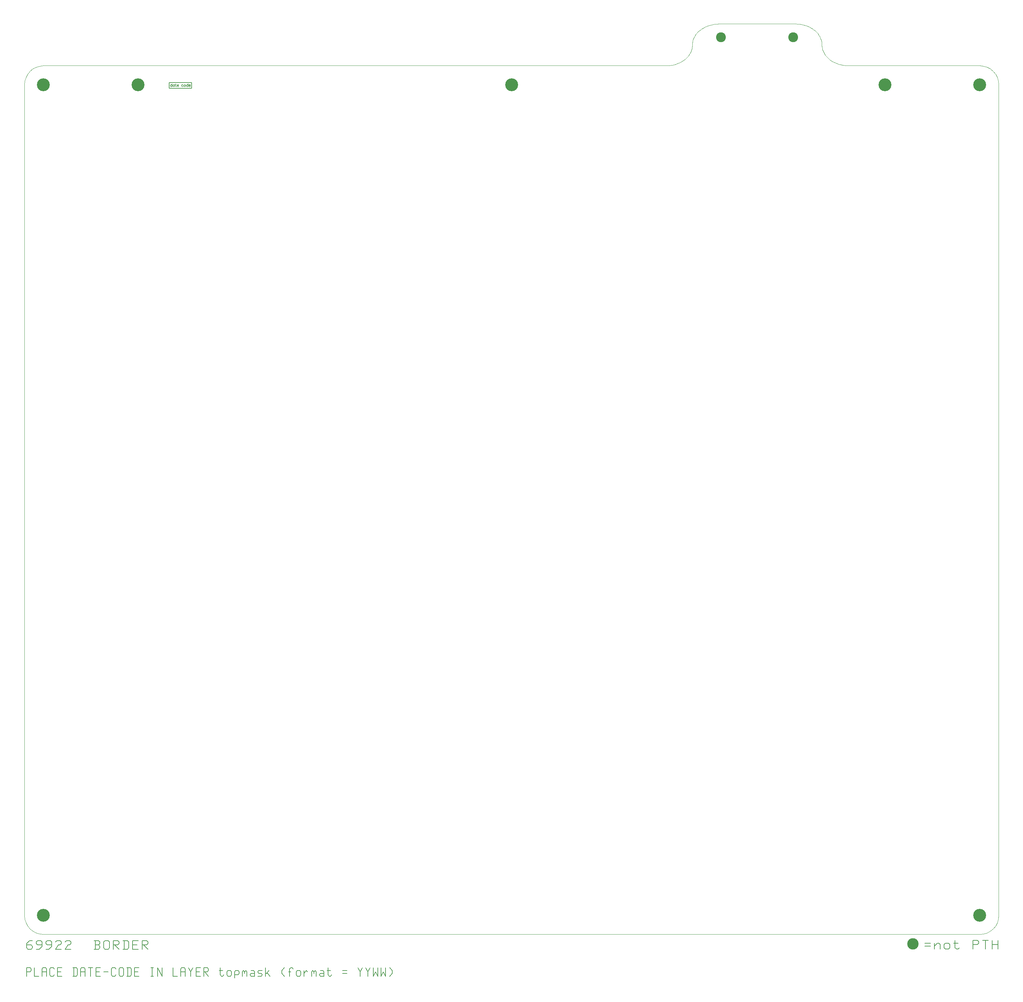
<source format=gbr>
*
%FSLAX26Y26*%
%MOIN*%
G04 A1 - date-70 *
%AMA1border*
1,1,0.006000,-0.116200,0.029750*
1,1,0.006000,0.116200,0.029750*
20,1,0.006000,-0.116200,0.029750,0.116200,0.029750,0.0*
1,1,0.006000,0.116200,0.029750*
1,1,0.006000,0.116200,-0.029750*
20,1,0.006000,0.116200,0.029750,0.116200,-0.029750,0.0*
1,1,0.006000,0.116200,-0.029750*
1,1,0.006000,-0.116200,-0.029750*
20,1,0.006000,0.116200,-0.029750,-0.116200,-0.029750,0.0*
1,1,0.006000,-0.116200,-0.029750*
1,1,0.006000,-0.116200,0.029750*
20,1,0.006000,-0.116200,-0.029750,-0.116200,0.029750,0.0*
1,1,0.006000,-0.086100,0.016450*
1,1,0.006000,-0.086100,-0.012250*
20,1,0.006000,-0.086100,0.016450,-0.086100,-0.012250,0.0*
1,1,0.006000,-0.086100,0.003150*
1,1,0.006000,-0.088900,0.005950*
20,1,0.006000,-0.086100,0.003150,-0.088900,0.005950,0.0*
1,1,0.006000,-0.088900,0.005950*
1,1,0.006000,-0.091700,0.007350*
20,1,0.006000,-0.088900,0.005950,-0.091700,0.007350,0.0*
1,1,0.006000,-0.091700,0.007350*
1,1,0.006000,-0.095900,0.007350*
20,1,0.006000,-0.091700,0.007350,-0.095900,0.007350,0.0*
1,1,0.006000,-0.095900,0.007350*
1,1,0.006000,-0.098700,0.005950*
20,1,0.006000,-0.095900,0.007350,-0.098700,0.005950,0.0*
1,1,0.006000,-0.098700,0.005950*
1,1,0.006000,-0.101500,0.003150*
20,1,0.006000,-0.098700,0.005950,-0.101500,0.003150,0.0*
1,1,0.006000,-0.101500,0.003150*
1,1,0.006000,-0.102900,-0.001050*
20,1,0.006000,-0.101500,0.003150,-0.102900,-0.001050,0.0*
1,1,0.006000,-0.102900,-0.001050*
1,1,0.006000,-0.102900,-0.003850*
20,1,0.006000,-0.102900,-0.001050,-0.102900,-0.003850,0.0*
1,1,0.006000,-0.102900,-0.003850*
1,1,0.006000,-0.101500,-0.008050*
20,1,0.006000,-0.102900,-0.003850,-0.101500,-0.008050,0.0*
1,1,0.006000,-0.101500,-0.008050*
1,1,0.006000,-0.098700,-0.010850*
20,1,0.006000,-0.101500,-0.008050,-0.098700,-0.010850,0.0*
1,1,0.006000,-0.098700,-0.010850*
1,1,0.006000,-0.095900,-0.012250*
20,1,0.006000,-0.098700,-0.010850,-0.095900,-0.012250,0.0*
1,1,0.006000,-0.095900,-0.012250*
1,1,0.006000,-0.091700,-0.012250*
20,1,0.006000,-0.095900,-0.012250,-0.091700,-0.012250,0.0*
1,1,0.006000,-0.091700,-0.012250*
1,1,0.006000,-0.088900,-0.010850*
20,1,0.006000,-0.091700,-0.012250,-0.088900,-0.010850,0.0*
1,1,0.006000,-0.088900,-0.010850*
1,1,0.006000,-0.086100,-0.008050*
20,1,0.006000,-0.088900,-0.010850,-0.086100,-0.008050,0.0*
1,1,0.006000,-0.060200,0.007350*
1,1,0.006000,-0.060200,-0.012250*
20,1,0.006000,-0.060200,0.007350,-0.060200,-0.012250,0.0*
1,1,0.006000,-0.060200,0.003150*
1,1,0.006000,-0.063000,0.005950*
20,1,0.006000,-0.060200,0.003150,-0.063000,0.005950,0.0*
1,1,0.006000,-0.063000,0.005950*
1,1,0.006000,-0.065800,0.007350*
20,1,0.006000,-0.063000,0.005950,-0.065800,0.007350,0.0*
1,1,0.006000,-0.065800,0.007350*
1,1,0.006000,-0.070000,0.007350*
20,1,0.006000,-0.065800,0.007350,-0.070000,0.007350,0.0*
1,1,0.006000,-0.070000,0.007350*
1,1,0.006000,-0.072800,0.005950*
20,1,0.006000,-0.070000,0.007350,-0.072800,0.005950,0.0*
1,1,0.006000,-0.072800,0.005950*
1,1,0.006000,-0.075600,0.003150*
20,1,0.006000,-0.072800,0.005950,-0.075600,0.003150,0.0*
1,1,0.006000,-0.075600,0.003150*
1,1,0.006000,-0.077000,-0.001050*
20,1,0.006000,-0.075600,0.003150,-0.077000,-0.001050,0.0*
1,1,0.006000,-0.077000,-0.001050*
1,1,0.006000,-0.077000,-0.003850*
20,1,0.006000,-0.077000,-0.001050,-0.077000,-0.003850,0.0*
1,1,0.006000,-0.077000,-0.003850*
1,1,0.006000,-0.075600,-0.008050*
20,1,0.006000,-0.077000,-0.003850,-0.075600,-0.008050,0.0*
1,1,0.006000,-0.075600,-0.008050*
1,1,0.006000,-0.072800,-0.010850*
20,1,0.006000,-0.075600,-0.008050,-0.072800,-0.010850,0.0*
1,1,0.006000,-0.072800,-0.010850*
1,1,0.006000,-0.070000,-0.012250*
20,1,0.006000,-0.072800,-0.010850,-0.070000,-0.012250,0.0*
1,1,0.006000,-0.070000,-0.012250*
1,1,0.006000,-0.065800,-0.012250*
20,1,0.006000,-0.070000,-0.012250,-0.065800,-0.012250,0.0*
1,1,0.006000,-0.065800,-0.012250*
1,1,0.006000,-0.063000,-0.010850*
20,1,0.006000,-0.065800,-0.012250,-0.063000,-0.010850,0.0*
1,1,0.006000,-0.063000,-0.010850*
1,1,0.006000,-0.060200,-0.008050*
20,1,0.006000,-0.063000,-0.010850,-0.060200,-0.008050,0.0*
1,1,0.006000,-0.048300,0.016450*
1,1,0.006000,-0.048300,-0.006650*
20,1,0.006000,-0.048300,0.016450,-0.048300,-0.006650,0.0*
1,1,0.006000,-0.048300,-0.006650*
1,1,0.006000,-0.046900,-0.010850*
20,1,0.006000,-0.048300,-0.006650,-0.046900,-0.010850,0.0*
1,1,0.006000,-0.046900,-0.010850*
1,1,0.006000,-0.044100,-0.012250*
20,1,0.006000,-0.046900,-0.010850,-0.044100,-0.012250,0.0*
1,1,0.006000,-0.044100,-0.012250*
1,1,0.006000,-0.041300,-0.012250*
20,1,0.006000,-0.044100,-0.012250,-0.041300,-0.012250,0.0*
1,1,0.006000,-0.052500,0.007350*
1,1,0.006000,-0.042700,0.007350*
20,1,0.006000,-0.052500,0.007350,-0.042700,0.007350,0.0*
1,1,0.006000,-0.034300,-0.001050*
1,1,0.006000,-0.018200,-0.001050*
20,1,0.006000,-0.034300,-0.001050,-0.018200,-0.001050,0.0*
1,1,0.006000,-0.018200,-0.001050*
1,1,0.006000,-0.018200,0.001750*
20,1,0.006000,-0.018200,-0.001050,-0.018200,0.001750,0.0*
1,1,0.006000,-0.018200,0.001750*
1,1,0.006000,-0.019600,0.004550*
20,1,0.006000,-0.018200,0.001750,-0.019600,0.004550,0.0*
1,1,0.006000,-0.019600,0.004550*
1,1,0.006000,-0.021000,0.005950*
20,1,0.006000,-0.019600,0.004550,-0.021000,0.005950,0.0*
1,1,0.006000,-0.021000,0.005950*
1,1,0.006000,-0.023800,0.007350*
20,1,0.006000,-0.021000,0.005950,-0.023800,0.007350,0.0*
1,1,0.006000,-0.023800,0.007350*
1,1,0.006000,-0.027300,0.007350*
20,1,0.006000,-0.023800,0.007350,-0.027300,0.007350,0.0*
1,1,0.006000,-0.027300,0.007350*
1,1,0.006000,-0.030100,0.005950*
20,1,0.006000,-0.027300,0.007350,-0.030100,0.005950,0.0*
1,1,0.006000,-0.030100,0.005950*
1,1,0.006000,-0.032900,0.003150*
20,1,0.006000,-0.030100,0.005950,-0.032900,0.003150,0.0*
1,1,0.006000,-0.032900,0.003150*
1,1,0.006000,-0.034300,-0.001050*
20,1,0.006000,-0.032900,0.003150,-0.034300,-0.001050,0.0*
1,1,0.006000,-0.034300,-0.001050*
1,1,0.006000,-0.034300,-0.003850*
20,1,0.006000,-0.034300,-0.001050,-0.034300,-0.003850,0.0*
1,1,0.006000,-0.034300,-0.003850*
1,1,0.006000,-0.032900,-0.008050*
20,1,0.006000,-0.034300,-0.003850,-0.032900,-0.008050,0.0*
1,1,0.006000,-0.032900,-0.008050*
1,1,0.006000,-0.030100,-0.010850*
20,1,0.006000,-0.032900,-0.008050,-0.030100,-0.010850,0.0*
1,1,0.006000,-0.030100,-0.010850*
1,1,0.006000,-0.027300,-0.012250*
20,1,0.006000,-0.030100,-0.010850,-0.027300,-0.012250,0.0*
1,1,0.006000,-0.027300,-0.012250*
1,1,0.006000,-0.023800,-0.012250*
20,1,0.006000,-0.027300,-0.012250,-0.023800,-0.012250,0.0*
1,1,0.006000,-0.023800,-0.012250*
1,1,0.006000,-0.021000,-0.010850*
20,1,0.006000,-0.023800,-0.012250,-0.021000,-0.010850,0.0*
1,1,0.006000,-0.021000,-0.010850*
1,1,0.006000,-0.018200,-0.008050*
20,1,0.006000,-0.021000,-0.010850,-0.018200,-0.008050,0.0*
1,1,0.006000,0.028700,0.003150*
1,1,0.006000,0.025900,0.005950*
20,1,0.006000,0.028700,0.003150,0.025900,0.005950,0.0*
1,1,0.006000,0.025900,0.005950*
1,1,0.006000,0.023100,0.007350*
20,1,0.006000,0.025900,0.005950,0.023100,0.007350,0.0*
1,1,0.006000,0.023100,0.007350*
1,1,0.006000,0.018900,0.007350*
20,1,0.006000,0.023100,0.007350,0.018900,0.007350,0.0*
1,1,0.006000,0.018900,0.007350*
1,1,0.006000,0.016100,0.005950*
20,1,0.006000,0.018900,0.007350,0.016100,0.005950,0.0*
1,1,0.006000,0.016100,0.005950*
1,1,0.006000,0.013300,0.003150*
20,1,0.006000,0.016100,0.005950,0.013300,0.003150,0.0*
1,1,0.006000,0.013300,0.003150*
1,1,0.006000,0.011900,-0.001050*
20,1,0.006000,0.013300,0.003150,0.011900,-0.001050,0.0*
1,1,0.006000,0.011900,-0.001050*
1,1,0.006000,0.011900,-0.003850*
20,1,0.006000,0.011900,-0.001050,0.011900,-0.003850,0.0*
1,1,0.006000,0.011900,-0.003850*
1,1,0.006000,0.013300,-0.008050*
20,1,0.006000,0.011900,-0.003850,0.013300,-0.008050,0.0*
1,1,0.006000,0.013300,-0.008050*
1,1,0.006000,0.016100,-0.010850*
20,1,0.006000,0.013300,-0.008050,0.016100,-0.010850,0.0*
1,1,0.006000,0.016100,-0.010850*
1,1,0.006000,0.018900,-0.012250*
20,1,0.006000,0.016100,-0.010850,0.018900,-0.012250,0.0*
1,1,0.006000,0.018900,-0.012250*
1,1,0.006000,0.023100,-0.012250*
20,1,0.006000,0.018900,-0.012250,0.023100,-0.012250,0.0*
1,1,0.006000,0.023100,-0.012250*
1,1,0.006000,0.025900,-0.010850*
20,1,0.006000,0.023100,-0.012250,0.025900,-0.010850,0.0*
1,1,0.006000,0.025900,-0.010850*
1,1,0.006000,0.028700,-0.008050*
20,1,0.006000,0.025900,-0.010850,0.028700,-0.008050,0.0*
1,1,0.006000,0.043400,0.007350*
1,1,0.006000,0.040600,0.005950*
20,1,0.006000,0.043400,0.007350,0.040600,0.005950,0.0*
1,1,0.006000,0.040600,0.005950*
1,1,0.006000,0.037800,0.003150*
20,1,0.006000,0.040600,0.005950,0.037800,0.003150,0.0*
1,1,0.006000,0.037800,0.003150*
1,1,0.006000,0.036400,-0.001050*
20,1,0.006000,0.037800,0.003150,0.036400,-0.001050,0.0*
1,1,0.006000,0.036400,-0.001050*
1,1,0.006000,0.036400,-0.003850*
20,1,0.006000,0.036400,-0.001050,0.036400,-0.003850,0.0*
1,1,0.006000,0.036400,-0.003850*
1,1,0.006000,0.037800,-0.008050*
20,1,0.006000,0.036400,-0.003850,0.037800,-0.008050,0.0*
1,1,0.006000,0.037800,-0.008050*
1,1,0.006000,0.040600,-0.010850*
20,1,0.006000,0.037800,-0.008050,0.040600,-0.010850,0.0*
1,1,0.006000,0.040600,-0.010850*
1,1,0.006000,0.043400,-0.012250*
20,1,0.006000,0.040600,-0.010850,0.043400,-0.012250,0.0*
1,1,0.006000,0.043400,-0.012250*
1,1,0.006000,0.047600,-0.012250*
20,1,0.006000,0.043400,-0.012250,0.047600,-0.012250,0.0*
1,1,0.006000,0.047600,-0.012250*
1,1,0.006000,0.050400,-0.010850*
20,1,0.006000,0.047600,-0.012250,0.050400,-0.010850,0.0*
1,1,0.006000,0.050400,-0.010850*
1,1,0.006000,0.053200,-0.008050*
20,1,0.006000,0.050400,-0.010850,0.053200,-0.008050,0.0*
1,1,0.006000,0.053200,-0.008050*
1,1,0.006000,0.054600,-0.003850*
20,1,0.006000,0.053200,-0.008050,0.054600,-0.003850,0.0*
1,1,0.006000,0.054600,-0.003850*
1,1,0.006000,0.054600,-0.001050*
20,1,0.006000,0.054600,-0.003850,0.054600,-0.001050,0.0*
1,1,0.006000,0.054600,-0.001050*
1,1,0.006000,0.053200,0.003150*
20,1,0.006000,0.054600,-0.001050,0.053200,0.003150,0.0*
1,1,0.006000,0.053200,0.003150*
1,1,0.006000,0.050400,0.005950*
20,1,0.006000,0.053200,0.003150,0.050400,0.005950,0.0*
1,1,0.006000,0.050400,0.005950*
1,1,0.006000,0.047600,0.007350*
20,1,0.006000,0.050400,0.005950,0.047600,0.007350,0.0*
1,1,0.006000,0.047600,0.007350*
1,1,0.006000,0.043400,0.007350*
20,1,0.006000,0.047600,0.007350,0.043400,0.007350,0.0*
1,1,0.006000,0.079100,0.016450*
1,1,0.006000,0.079100,-0.012250*
20,1,0.006000,0.079100,0.016450,0.079100,-0.012250,0.0*
1,1,0.006000,0.079100,0.003150*
1,1,0.006000,0.076300,0.005950*
20,1,0.006000,0.079100,0.003150,0.076300,0.005950,0.0*
1,1,0.006000,0.076300,0.005950*
1,1,0.006000,0.073500,0.007350*
20,1,0.006000,0.076300,0.005950,0.073500,0.007350,0.0*
1,1,0.006000,0.073500,0.007350*
1,1,0.006000,0.069300,0.007350*
20,1,0.006000,0.073500,0.007350,0.069300,0.007350,0.0*
1,1,0.006000,0.069300,0.007350*
1,1,0.006000,0.066500,0.005950*
20,1,0.006000,0.069300,0.007350,0.066500,0.005950,0.0*
1,1,0.006000,0.066500,0.005950*
1,1,0.006000,0.063700,0.003150*
20,1,0.006000,0.066500,0.005950,0.063700,0.003150,0.0*
1,1,0.006000,0.063700,0.003150*
1,1,0.006000,0.063000,-0.001050*
20,1,0.006000,0.063700,0.003150,0.063000,-0.001050,0.0*
1,1,0.006000,0.063000,-0.001050*
1,1,0.006000,0.063000,-0.003850*
20,1,0.006000,0.063000,-0.001050,0.063000,-0.003850,0.0*
1,1,0.006000,0.063000,-0.003850*
1,1,0.006000,0.063700,-0.008050*
20,1,0.006000,0.063000,-0.003850,0.063700,-0.008050,0.0*
1,1,0.006000,0.063700,-0.008050*
1,1,0.006000,0.066500,-0.010850*
20,1,0.006000,0.063700,-0.008050,0.066500,-0.010850,0.0*
1,1,0.006000,0.066500,-0.010850*
1,1,0.006000,0.069300,-0.012250*
20,1,0.006000,0.066500,-0.010850,0.069300,-0.012250,0.0*
1,1,0.006000,0.069300,-0.012250*
1,1,0.006000,0.073500,-0.012250*
20,1,0.006000,0.069300,-0.012250,0.073500,-0.012250,0.0*
1,1,0.006000,0.073500,-0.012250*
1,1,0.006000,0.076300,-0.010850*
20,1,0.006000,0.073500,-0.012250,0.076300,-0.010850,0.0*
1,1,0.006000,0.076300,-0.010850*
1,1,0.006000,0.079100,-0.008050*
20,1,0.006000,0.076300,-0.010850,0.079100,-0.008050,0.0*
1,1,0.006000,0.088900,-0.001050*
1,1,0.006000,0.105000,-0.001050*
20,1,0.006000,0.088900,-0.001050,0.105000,-0.001050,0.0*
1,1,0.006000,0.105000,-0.001050*
1,1,0.006000,0.105000,0.001750*
20,1,0.006000,0.105000,-0.001050,0.105000,0.001750,0.0*
1,1,0.006000,0.105000,0.001750*
1,1,0.006000,0.103600,0.004550*
20,1,0.006000,0.105000,0.001750,0.103600,0.004550,0.0*
1,1,0.006000,0.103600,0.004550*
1,1,0.006000,0.102200,0.005950*
20,1,0.006000,0.103600,0.004550,0.102200,0.005950,0.0*
1,1,0.006000,0.102200,0.005950*
1,1,0.006000,0.099400,0.007350*
20,1,0.006000,0.102200,0.005950,0.099400,0.007350,0.0*
1,1,0.006000,0.099400,0.007350*
1,1,0.006000,0.095200,0.007350*
20,1,0.006000,0.099400,0.007350,0.095200,0.007350,0.0*
1,1,0.006000,0.095200,0.007350*
1,1,0.006000,0.092400,0.005950*
20,1,0.006000,0.095200,0.007350,0.092400,0.005950,0.0*
1,1,0.006000,0.092400,0.005950*
1,1,0.006000,0.090300,0.003150*
20,1,0.006000,0.092400,0.005950,0.090300,0.003150,0.0*
1,1,0.006000,0.090300,0.003150*
1,1,0.006000,0.088900,-0.001050*
20,1,0.006000,0.090300,0.003150,0.088900,-0.001050,0.0*
1,1,0.006000,0.088900,-0.001050*
1,1,0.006000,0.088900,-0.003850*
20,1,0.006000,0.088900,-0.001050,0.088900,-0.003850,0.0*
1,1,0.006000,0.088900,-0.003850*
1,1,0.006000,0.090300,-0.008050*
20,1,0.006000,0.088900,-0.003850,0.090300,-0.008050,0.0*
1,1,0.006000,0.090300,-0.008050*
1,1,0.006000,0.092400,-0.010850*
20,1,0.006000,0.090300,-0.008050,0.092400,-0.010850,0.0*
1,1,0.006000,0.092400,-0.010850*
1,1,0.006000,0.095200,-0.012250*
20,1,0.006000,0.092400,-0.010850,0.095200,-0.012250,0.0*
1,1,0.006000,0.095200,-0.012250*
1,1,0.006000,0.099400,-0.012250*
20,1,0.006000,0.095200,-0.012250,0.099400,-0.012250,0.0*
1,1,0.006000,0.099400,-0.012250*
1,1,0.006000,0.102200,-0.010850*
20,1,0.006000,0.099400,-0.012250,0.102200,-0.010850,0.0*
1,1,0.006000,0.102200,-0.010850*
1,1,0.006000,0.105000,-0.008050*
20,1,0.006000,0.102200,-0.010850,0.105000,-0.008050,0.0*
%
%ADD10C,0.102362*%
%ADD11A1border*%
%ADD12C,0.008000*%
%ADD13C,0.001000*%
%ADD14C,0.118110*%
%ADD15C,0.133858*%
%IPPOS*%
%LNborder.gbr*%
%LPD*%
G75*
G54D10*
X7984500Y9310600D03*
G54D10*
X7234500D03*
G54D11*
X1621340Y8808965D03*
G54D12*
X22474Y-436000D02*
Y-344609D01*
X58235D01*
X70156Y-359841D01*
Y-375073D01*
X58235Y-390305D01*
X22474D01*
X102474Y-344609D02*
Y-436000D01*
X150156D01*
X182474D02*
Y-359841D01*
X194394Y-344609D01*
X218235D01*
X230156Y-359841D01*
Y-436000D01*
X182474Y-390305D02*
X230156D01*
X310156Y-420768D02*
X298235Y-436000D01*
X274394D01*
X262474Y-420768D01*
Y-359841D01*
X274394Y-344609D01*
X298235D01*
X310156Y-359841D01*
X342474Y-344609D02*
X390156D01*
X342474Y-436000D02*
X390156D01*
X342474Y-390305D02*
X378235D01*
X342474Y-344609D02*
Y-436000D01*
X502474Y-344609D02*
X538235D01*
X550156Y-359841D01*
Y-420768D01*
X538235Y-436000D01*
X502474D01*
X514394D02*
Y-344609D01*
X582474Y-436000D02*
Y-359841D01*
X594394Y-344609D01*
X618235D01*
X630156Y-359841D01*
Y-436000D01*
X582474Y-390305D02*
X630156D01*
X662474Y-344609D02*
X710156D01*
X686315D02*
Y-436000D01*
X742474Y-344609D02*
X790156D01*
X742474Y-436000D02*
X790156D01*
X742474Y-390305D02*
X778235D01*
X742474Y-344609D02*
Y-436000D01*
X822474Y-390305D02*
X870156D01*
X950156Y-420768D02*
X938235Y-436000D01*
X914394D01*
X902474Y-420768D01*
Y-359841D01*
X914394Y-344609D01*
X938235D01*
X950156Y-359841D01*
X982474Y-420768D02*
Y-359841D01*
X994394Y-344609D01*
X1018235D01*
X1030156Y-359841D01*
Y-420768D01*
X1018235Y-436000D01*
X994394D01*
X982474Y-420768D01*
X1062474Y-344609D02*
X1098235D01*
X1110156Y-359841D01*
Y-420768D01*
X1098235Y-436000D01*
X1062474D01*
X1074394D02*
Y-344609D01*
X1142474D02*
X1190156D01*
X1142474Y-436000D02*
X1190156D01*
X1142474Y-390305D02*
X1178235D01*
X1142474Y-344609D02*
Y-436000D01*
X1314394Y-344609D02*
X1338235D01*
X1314394Y-436000D02*
X1338235D01*
X1326315Y-344609D02*
Y-436000D01*
X1382474D02*
Y-344609D01*
X1430156Y-436000D01*
Y-344609D01*
X1542474D02*
Y-436000D01*
X1590156D01*
X1622474D02*
Y-359841D01*
X1634394Y-344609D01*
X1658235D01*
X1670156Y-359841D01*
Y-436000D01*
X1622474Y-390305D02*
X1670156D01*
X1702474Y-344609D02*
X1726315Y-390305D01*
X1750156Y-344609D01*
X1726315Y-390305D02*
Y-436000D01*
X1782474Y-344609D02*
X1830156D01*
X1782474Y-436000D02*
X1830156D01*
X1782474Y-390305D02*
X1818235D01*
X1782474Y-344609D02*
Y-436000D01*
X1862474D02*
Y-344609D01*
X1898235D01*
X1910156Y-359841D01*
Y-375073D01*
X1898235Y-390305D01*
X1862474D01*
X1874394D02*
X1910156Y-436000D01*
X2034394Y-344609D02*
Y-420768D01*
X2046315Y-436000D01*
X2058235D01*
X2070156Y-420768D01*
X2022474Y-375073D02*
X2058235D01*
X2102474Y-420768D02*
Y-390305D01*
X2114394Y-375073D01*
X2138235D01*
X2150156Y-390305D01*
Y-420768D01*
X2138235Y-436000D01*
X2114394D01*
X2102474Y-420768D01*
X2182474Y-451232D02*
Y-390305D01*
X2194394Y-375073D01*
X2218235D01*
X2230156Y-390305D01*
Y-405536D01*
X2218235Y-420768D01*
X2182474D01*
X2262474Y-436000D02*
Y-390305D01*
X2274394Y-375073D01*
X2286315Y-390305D01*
Y-405536D01*
Y-390305D02*
X2298235Y-375073D01*
X2310156Y-390305D01*
Y-436000D01*
X2354394Y-375073D02*
X2378235D01*
X2390156Y-390305D01*
Y-436000D01*
X2354394D01*
X2342474Y-420768D01*
X2354394Y-405536D01*
X2390156D01*
X2422474Y-436000D02*
X2458235D01*
X2470156Y-420768D01*
X2458235Y-405536D01*
X2434394D01*
X2422474Y-390305D01*
X2434394Y-375073D01*
X2470156D01*
X2502474Y-344609D02*
Y-436000D01*
Y-405536D02*
X2526315D01*
X2550156Y-436000D01*
X2514394Y-405536D02*
X2538235Y-375073D01*
X2698235Y-436000D02*
X2674394Y-405536D01*
Y-375073D01*
X2698235Y-344609D01*
X2754394Y-436000D02*
Y-359841D01*
X2766315Y-344609D01*
X2778235D01*
X2790156Y-359841D01*
X2742474Y-390305D02*
X2766315D01*
X2822474Y-420768D02*
Y-390305D01*
X2834394Y-375073D01*
X2858235D01*
X2870156Y-390305D01*
Y-420768D01*
X2858235Y-436000D01*
X2834394D01*
X2822474Y-420768D01*
X2902474Y-375073D02*
Y-436000D01*
Y-405536D02*
X2926315Y-375073D01*
X2938235Y-390305D01*
X2982474Y-436000D02*
Y-390305D01*
X2994394Y-375073D01*
X3006315Y-390305D01*
Y-405536D01*
Y-390305D02*
X3018235Y-375073D01*
X3030156Y-390305D01*
Y-436000D01*
X3074394Y-375073D02*
X3098235D01*
X3110156Y-390305D01*
Y-436000D01*
X3074394D01*
X3062474Y-420768D01*
X3074394Y-405536D01*
X3110156D01*
X3154394Y-344609D02*
Y-420768D01*
X3166315Y-436000D01*
X3178235D01*
X3190156Y-420768D01*
X3142474Y-375073D02*
X3178235D01*
X3302474D02*
X3350156D01*
X3302474Y-405536D02*
X3350156D01*
X3462474Y-344609D02*
X3486315Y-390305D01*
X3510156Y-344609D01*
X3486315Y-390305D02*
Y-436000D01*
X3542474Y-344609D02*
X3566315Y-390305D01*
X3590156Y-344609D01*
X3566315Y-390305D02*
Y-436000D01*
X3622474Y-344609D02*
Y-436000D01*
X3646315Y-390305D01*
X3670156Y-436000D01*
Y-344609D01*
X3702474D02*
Y-436000D01*
X3726315Y-390305D01*
X3750156Y-436000D01*
Y-344609D01*
X3794394Y-436000D02*
X3818235Y-405536D01*
Y-375073D01*
X3794394Y-344609D01*
G54D13*
X8014397Y9448800D02*
X7207790D01*
X7198181Y9448398D01*
X7179283Y9446998D01*
X7169991Y9445899D01*
X7151690Y9443098D01*
X7142684Y9441296D01*
X7125087Y9437196D01*
X7116506Y9434802D01*
X7099701Y9429400D01*
X7091501Y9426400D01*
X7075498Y9419799D01*
X7067792Y9416296D01*
X7052780Y9408589D01*
X7045594Y9404496D01*
X7031710Y9395806D01*
X7024991Y9391293D01*
X7012275Y9381579D01*
X7006295Y9376596D01*
X6994796Y9365996D01*
X6989386Y9360585D01*
X6979290Y9349188D01*
X6974595Y9343393D01*
X6965894Y9331290D01*
X6961997Y9325094D01*
X6954902Y9312405D01*
X6951697Y9305794D01*
X6946199Y9292498D01*
X6943900Y9285700D01*
X6940198Y9271790D01*
X6938699Y9264796D01*
X6936799Y9250380D01*
X6936300Y9243174D01*
Y9228200D01*
X6935900Y9220701D01*
X6934000Y9205897D01*
X6932600Y9198600D01*
X6929100Y9184301D01*
X6926800Y9177299D01*
X6921599Y9163499D01*
X6918500Y9156800D01*
X6911701Y9143601D01*
X6907900Y9137201D01*
X6899601Y9124701D01*
X6895100Y9118600D01*
X6885400Y9106900D01*
X6880201Y9101301D01*
X6869199Y9090399D01*
X6863400Y9085200D01*
X6851099Y9075199D01*
X6844696Y9070497D01*
X6831400Y9061500D01*
X6824503Y9057302D01*
X6814762Y9051940D01*
X6795004Y9042302D02*
X6787398Y9038899D01*
X6779499Y9035900D01*
X6763399Y9030300D01*
X6755101Y9027800D01*
X6738200Y9023500D01*
X6729500Y9021700D01*
X6711996Y9018799D01*
X6703005Y9017701D01*
X6684897Y9016200D01*
X6675700Y9015800D01*
X196898D01*
X158399Y9012000D01*
X121500Y9000800D01*
X87499Y8982599D01*
X57601Y8958200D01*
X33201Y8928301D01*
X15000Y8894300D01*
X3800Y8857402D01*
X0Y8818970D01*
Y196802D01*
X3800Y158399D01*
X14999Y121501D01*
X33200Y87500D01*
X57600Y57600D01*
X87499Y33100D01*
X121499Y15000D01*
X158400Y3700D01*
X196917Y0D01*
X9921200D01*
X9959700Y3700D01*
X9996600Y15000D01*
X10030600Y33100D01*
X10060400Y57600D01*
X10084900Y87500D01*
X10103100Y121500D01*
X10114300Y158399D01*
X10118100Y196830D01*
Y8818998D01*
X10114300Y8857402D01*
X10103100Y8894300D01*
X10084899Y8928301D01*
X10060399Y8958200D01*
X10030601Y8982599D01*
X9996600Y9000800D01*
X9959700Y9012000D01*
X9921186Y9015800D01*
X8546600Y9015900D01*
X8537200Y9016300D01*
X8518700Y9017800D01*
X8509500Y9018900D01*
X8500603Y9020299D01*
X8474212Y9025697D02*
X8465500Y9027900D01*
X8457099Y9030300D01*
X8440603Y9035899D01*
X8432598Y9039001D01*
X8416904Y9045698D01*
X8409395Y9049403D01*
X8394698Y9057301D01*
X8387598Y9061501D01*
X8374002Y9070399D01*
X8367494Y9075205D01*
X8355001Y9085099D01*
X8349100Y9090300D01*
X8343372Y9095726D01*
X8327604Y9112595D02*
X8322601Y9118399D01*
X8317998Y9124502D01*
X8309500Y9136900D01*
X8305699Y9143303D01*
X8298701Y9156398D01*
X8295600Y9163101D01*
X8290200Y9176901D01*
X8287999Y9183902D01*
X8286100Y9190997D01*
X8281900Y9212805D02*
X8280999Y9220207D01*
X8280500Y9227596D01*
X8280500Y9242596D01*
X8279997Y9249922D01*
X8279099Y9257009D01*
X8274901Y9278296D02*
X8273089Y9285234D01*
X8270802Y9291995D01*
X8268096Y9298710D01*
X8258906Y9318389D02*
X8255399Y9324702D01*
X8251494Y9331008D01*
X8243007Y9343091D01*
X8238396Y9349005D01*
X8228492Y9360308D01*
X8223186Y9365814D01*
X8212006Y9376395D01*
X8206002Y9381398D01*
X8193585Y9391111D01*
X8186989Y9395707D01*
X8173382Y9404410D01*
X8166288Y9408507D01*
X8151676Y9416211D01*
X8144084Y9419707D01*
X8128489Y9426304D01*
X8120376Y9429308D01*
X8103990Y9434703D01*
X8095500Y9437100D01*
X8078189Y9441302D01*
X8069401Y9443100D01*
X8051469Y9445904D01*
X8042389Y9447001D01*
X8023807Y9448400D01*
X8014397Y9448800D01*
G54D12*
X83401Y-64609D02*
X52937D01*
X22474Y-95073D01*
Y-140768D01*
X37706Y-156000D01*
X68169D01*
X83401Y-140768D01*
Y-125536D01*
X68169Y-110305D01*
X22474D01*
X122474Y-156000D02*
X152937D01*
X183401Y-125536D01*
Y-79841D01*
X168169Y-64609D01*
X137706D01*
X122474Y-79841D01*
Y-95073D01*
X137706Y-110305D01*
X183401D01*
X222474Y-156000D02*
X252937D01*
X283401Y-125536D01*
Y-79841D01*
X268169Y-64609D01*
X237706D01*
X222474Y-79841D01*
Y-95073D01*
X237706Y-110305D01*
X283401D01*
X322474Y-79841D02*
X337706Y-64609D01*
X368169D01*
X383401Y-79841D01*
Y-95073D01*
X368169Y-110305D01*
X352937D01*
X322474Y-156000D01*
X383401D01*
X422474Y-79841D02*
X437706Y-64609D01*
X468169D01*
X483401Y-79841D01*
Y-95073D01*
X468169Y-110305D01*
X452937D01*
X422474Y-156000D01*
X483401D01*
X722474Y-64609D02*
X768169D01*
X783401Y-79841D01*
Y-95073D01*
X768169Y-110305D01*
X783401Y-125536D01*
Y-140768D01*
X768169Y-156000D01*
X722474D01*
X737706D02*
Y-64609D01*
Y-110305D02*
X768169D01*
X822474Y-140768D02*
Y-79841D01*
X837706Y-64609D01*
X868169D01*
X883401Y-79841D01*
Y-140768D01*
X868169Y-156000D01*
X837706D01*
X822474Y-140768D01*
X922474Y-156000D02*
Y-64609D01*
X968169D01*
X983401Y-79841D01*
Y-95073D01*
X968169Y-110305D01*
X922474D01*
X937706D02*
X983401Y-156000D01*
X1022474Y-64609D02*
X1068169D01*
X1083401Y-79841D01*
Y-140768D01*
X1068169Y-156000D01*
X1022474D01*
X1037706D02*
Y-64609D01*
X1122474D02*
X1183401D01*
X1122474Y-156000D02*
X1183401D01*
X1122474Y-110305D02*
X1168169D01*
X1122474Y-64609D02*
Y-156000D01*
X1222474D02*
Y-64609D01*
X1268169D01*
X1283401Y-79841D01*
Y-95073D01*
X1268169Y-110305D01*
X1222474D01*
X1237706D02*
X1283401Y-156000D01*
X9349173Y-92553D02*
X9410100D01*
X9349173Y-123016D02*
X9410100D01*
X9449173Y-92553D02*
Y-153480D01*
Y-123016D02*
X9479636Y-92553D01*
X9494868D01*
X9510100Y-107785D01*
Y-153480D01*
X9549173Y-138248D02*
Y-107785D01*
X9564405Y-92553D01*
X9594868D01*
X9610100Y-107785D01*
Y-138248D01*
X9594868Y-153480D01*
X9564405D01*
X9549173Y-138248D01*
X9664405Y-62089D02*
Y-138248D01*
X9679636Y-153480D01*
X9694868D01*
X9710100Y-138248D01*
X9649173Y-92553D02*
X9694868D01*
X9849173Y-153480D02*
Y-62089D01*
X9894868D01*
X9910100Y-77321D01*
Y-92553D01*
X9894868Y-107785D01*
X9849173D01*
X9949173Y-62089D02*
X10010100D01*
X9979636D02*
Y-153480D01*
X10049173Y-62089D02*
Y-153480D01*
X10110100Y-62089D02*
Y-153480D01*
X10049173Y-107785D02*
X10110100D01*
G54D14*
X9227063Y-98425D03*
G54D13*
X6814762Y9051940D02*
X6795004Y9042302D01*
X8500603Y9020299D02*
X8474212Y9025697D01*
X8343372Y9095726D02*
X8327604Y9112595D01*
X8286100Y9190997D02*
X8281900Y9212805D01*
X8279099Y9257009D02*
X8274901Y9278296D01*
X8268096Y9298710D02*
X8258906Y9318389D01*
G54D15*
X9921250Y196250D03*
G54D15*
X196850D03*
G54D15*
Y8818350D03*
G54D15*
X1181100D03*
G54D15*
X5059050D03*
G54D15*
X8937000D03*
G54D15*
X9921250D03*
M02*

</source>
